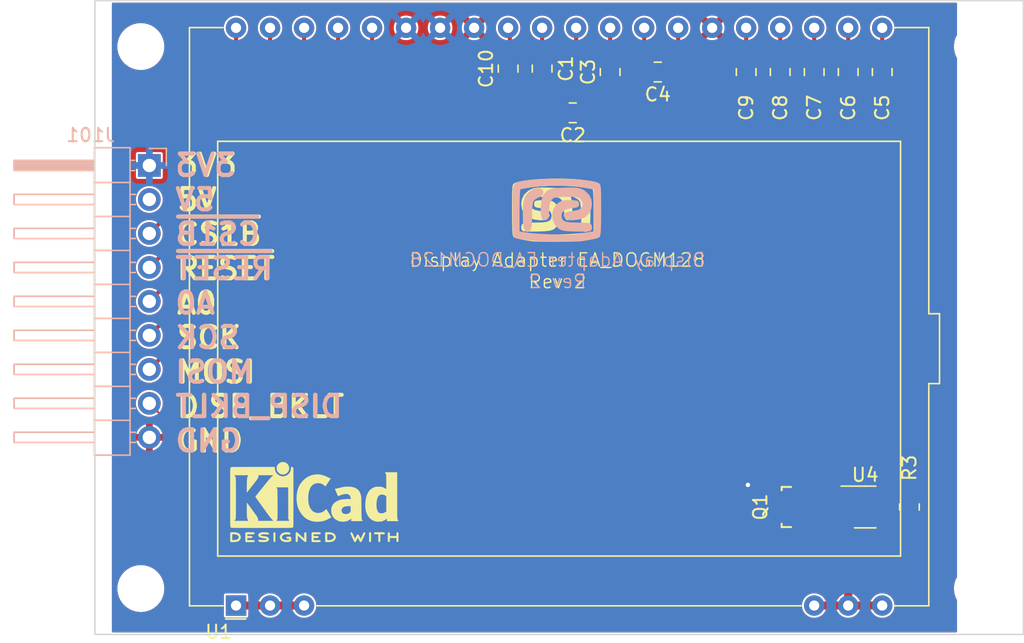
<source format=kicad_pcb>
(kicad_pcb (version 20211014) (generator pcbnew)
  (layers (0 "F.Cu" signal) (31 "B.Cu" signal) (34 "B.Paste" user) (35 "F.Paste" user) (36 "B.SilkS" user "B.Silkscreen") (37 "F.SilkS" user "F.Silkscreen") (38 "B.Mask" user) (39 "F.Mask" user) (44 "Edge.Cuts" user))
  (net 0 "")
  (net 1 "Net-(C1-Pad1)")
  (net 2 "Net-(C1-Pad2)")
  (net 3 "Net-(C2-Pad1)")
  (net 4 "Net-(C3-Pad1)")
  (net 5 "Net-(C4-Pad1)")
  (net 6 "Net-(C4-Pad2)")
  (net 7 "Net-(C5-Pad1)")
  (net 8 "GND")
  (net 9 "Net-(C6-Pad1)")
  (net 10 "Net-(C7-Pad1)")
  (net 11 "Net-(C8-Pad1)")
  (net 12 "Net-(C9-Pad1)")
  (net 13 "Net-(C10-Pad1)")
  (net 14 "/3V3")
  (net 15 "/~{DISP_REST}")
  (net 16 "/~{DISP_CS}")
  (net 17 "/A0")
  (net 18 "/MOSI")
  (net 19 "/SCK")
  (net 20 "/DISP_BKLT")
  (net 21 "Net-(Q1-Pad2)")
  (net 22 "/5V")
  (net 23 "Net-(U1-Pad1)")
  (net 24 "Net-(R3-Pad1)")
  (net 25 "Net-(U1-Pad18)")
  (footprint "MountingHole:MountingHole_3.2mm_M3" (layer "F.Cu") (at 95.25 79.502)
    (property "Reference" "H?")
    (property "Value" "MountingHole")
    (fp_text reference "H1" hide)
    (fp_text value "MountingHole" hide)
    (pad "" np_thru_hole circle (at 0 0) (size 3.2 3.2) (drill 3.2) (layers *.Cu *.Mask))
  )
  (footprint "MountingHole:MountingHole_3.2mm_M3" (layer "F.Cu") (at 157.734 79.502)
    (property "Reference" "H?")
    (property "Value" "MountingHole")
    (fp_text reference "H2" hide)
    (fp_text value "MountingHole" hide)
    (pad "" np_thru_hole circle (at 0 0) (size 3.2 3.2) (drill 3.2) (layers *.Cu *.Mask))
  )
  (footprint "Capacitor_SMD:C_0805_2012Metric" (layer "F.Cu") (at 125.222 40.64 90)
    (fp_text reference "C1" (at 0 1.778 90) (layer "F.SilkS"))
    (fp_text value "1μF")
    (pad "1" smd roundrect (at -0.95 0 90) (size 1 1.45) (layers "F.Cu" "F.Paste" "F.Mask") (net 1 "Net-(C1-Pad1)"))
    (pad "2" smd roundrect (at 0.95 0 90) (size 1 1.45) (layers "F.Cu" "F.Paste" "F.Mask") (net 2 "Net-(C1-Pad2)"))
  )
  (footprint "Capacitor_SMD:C_0805_2012Metric" (layer "F.Cu") (at 130.302 40.894 -90)
    (fp_text reference "C3" (at 0 1.651 90) (layer "F.SilkS"))
    (fp_text value "1μF")
    (pad "1" smd roundrect (at -0.95 0 270) (size 1 1.45) (layers "F.Cu" "F.Paste" "F.Mask") (net 4 "Net-(C3-Pad1)"))
    (pad "2" smd roundrect (at 0.95 0 270) (size 1 1.45) (layers "F.Cu" "F.Paste" "F.Mask") (net 3 "Net-(C2-Pad1)"))
  )
  (footprint "Capacitor_SMD:C_0805_2012Metric" (layer "F.Cu") (at 140.462 40.894 -90)
    (fp_text reference "C9" (at 2.667 0 90) (layer "F.SilkS"))
    (fp_text value "1μF")
    (pad "1" smd roundrect (at -0.95 0 270) (size 1 1.45) (layers "F.Cu" "F.Paste" "F.Mask") (net 12 "Net-(C9-Pad1)"))
    (pad "2" smd roundrect (at 0.95 0 270) (size 1 1.45) (layers "F.Cu" "F.Paste" "F.Mask") (net 8 "GND"))
  )
  (footprint "Capacitor_SMD:C_0805_2012Metric" (layer "F.Cu") (at 143.002 40.894 -90)
    (fp_text reference "C8" (at 2.667 0 90) (layer "F.SilkS"))
    (fp_text value "1μF")
    (pad "1" smd roundrect (at -0.95 0 270) (size 1 1.45) (layers "F.Cu" "F.Paste" "F.Mask") (net 11 "Net-(C8-Pad1)"))
    (pad "2" smd roundrect (at 0.95 0 270) (size 1 1.45) (layers "F.Cu" "F.Paste" "F.Mask") (net 8 "GND"))
  )
  (footprint "Resistor_SMD:R_0805_2012Metric_Pad1.20x1.40mm_HandSolder" (layer "F.Cu") (at 152.654 73.406 -90)
    (fp_text reference "R3" (at -2.921 0 90) (layer "F.SilkS"))
    (fp_text value "80Ω")
    (pad "1" smd roundrect (at -1 0 270) (size 1.2 1.4) (layers "F.Cu" "F.Paste" "F.Mask") (roundrect_rratio 0.2083333333) (net 24 "Net-(R3-Pad1)"))
    (pad "2" smd roundrect (at 1 0 270) (size 1.2 1.4) (layers "F.Cu" "F.Paste" "F.Mask") (roundrect_rratio 0.2083333333) (net 8 "GND"))
  )
  (footprint "Capacitor_SMD:C_0805_2012Metric" (layer "F.Cu") (at 127.508 43.942 180)
    (fp_text reference "C2" (at 0 -1.68) (layer "F.SilkS"))
    (fp_text value "1μF")
    (pad "1" smd roundrect (at -0.95 0 180) (size 1 1.45) (layers "F.Cu" "F.Paste" "F.Mask") (net 3 "Net-(C2-Pad1)"))
    (pad "2" smd roundrect (at 0.95 0 180) (size 1 1.45) (layers "F.Cu" "F.Paste" "F.Mask") (net 1 "Net-(C1-Pad1)"))
  )
  (footprint "Capacitor_SMD:C_0805_2012Metric" (layer "F.Cu") (at 145.542 40.894 -90)
    (fp_text reference "C7" (at 2.667 0 90) (layer "F.SilkS"))
    (fp_text value "1μF")
    (pad "1" smd roundrect (at -0.95 0 270) (size 1 1.45) (layers "F.Cu" "F.Paste" "F.Mask") (net 10 "Net-(C7-Pad1)"))
    (pad "2" smd roundrect (at 0.95 0 270) (size 1 1.45) (layers "F.Cu" "F.Paste" "F.Mask") (net 8 "GND"))
  )
  (footprint "Package_TO_SOT_SMD:SOT-23-6" (layer "F.Cu") (at 149.352 73.406)
    (fp_text reference "U4" (at 0 -2.4) (layer "F.SilkS"))
    (fp_text value "BCR42XUW6")
    (pad "1" smd roundrect (at -1.1375 -0.95) (size 1.325 0.6) (layers "F.Cu" "F.Paste" "F.Mask") (net 21 "Net-(Q1-Pad2)"))
    (pad "2" smd roundrect (at -1.1375 0) (size 1.325 0.6) (layers "F.Cu" "F.Paste" "F.Mask") (net 25 "Net-(U1-Pad18)"))
    (pad "3" smd roundrect (at -1.1375 0.95) (size 1.325 0.6) (layers "F.Cu" "F.Paste" "F.Mask") (net 25 "Net-(U1-Pad18)"))
    (pad "4" smd roundrect (at 1.1375 0.95) (size 1.325 0.6) (layers "F.Cu" "F.Paste" "F.Mask") (net 8 "GND"))
    (pad "5" smd roundrect (at 1.1375 0) (size 1.325 0.6) (layers "F.Cu" "F.Paste" "F.Mask") (net 25 "Net-(U1-Pad18)"))
    (pad "6" smd roundrect (at 1.1375 -0.95) (size 1.325 0.6) (layers "F.Cu" "F.Paste" "F.Mask") (net 24 "Net-(R3-Pad1)"))
  )
  (footprint "mech:MyBasic_rounded_50_1" (layer "F.Cu") (at 126.238 51.181)
    (property "Reference" "Lg?")
    (property "Value" "logo")
    (fp_text reference "Lg1" hide)
    (fp_text value "logo" hide)
  )
  (footprint "Capacitor_SMD:C_0805_2012Metric" (layer "F.Cu") (at 148.082 40.894 -90)
    (fp_text reference "C6" (at 2.667 0 90) (layer "F.SilkS"))
    (fp_text value "1μF")
    (pad "1" smd roundrect (at -0.95 0 270) (size 1 1.45) (layers "F.Cu" "F.Paste" "F.Mask") (net 9 "Net-(C6-Pad1)"))
    (pad "2" smd roundrect (at 0.95 0 270) (size 1 1.45) (layers "F.Cu" "F.Paste" "F.Mask") (net 8 "GND"))
  )
  (footprint "Capacitor_SMD:C_0805_2012Metric" (layer "F.Cu") (at 133.858 40.894 180)
    (fp_text reference "C4" (at 0 -1.68) (layer "F.SilkS"))
    (fp_text value "1μF")
    (pad "1" smd roundrect (at -0.95 0 180) (size 1 1.45) (layers "F.Cu" "F.Paste" "F.Mask") (net 5 "Net-(C4-Pad1)"))
    (pad "2" smd roundrect (at 0.95 0 180) (size 1 1.45) (layers "F.Cu" "F.Paste" "F.Mask") (net 6 "Net-(C4-Pad2)"))
  )
  (footprint "DisplayAdapter_DOGM128:Micro3" (layer "F.Cu") (at 143.764 73.406 90)
    (property "Reference" "Q1")
    (property "Value" "IRLML2502")
    (fp_text reference "Q1" (at 0 -2.25 90) (layer "F.SilkS"))
    (fp_text value "IRLML2502")
    (pad "1" smd rect locked (at -0.95 1.00076 90) (size 0.8 0.9) (layers "F.Cu" "F.Paste" "F.Mask") (net 20 "/DISP_BKLT"))
    (pad "2" smd rect locked (at 0.95 1.00076 90) (size 0.8 0.9) (layers "F.Cu" "F.Paste" "F.Mask") (net 21 "Net-(Q1-Pad2)"))
    (pad "3" smd rect locked (at 0 -0.99822 90) (size 0.8 0.9) (layers "F.Cu" "F.Paste" "F.Mask") (net 14 "/3V3"))
  )
  (footprint "Capacitor_SMD:C_0805_2012Metric" (layer "F.Cu") (at 122.682 40.64 -90)
    (fp_text reference "C10" (at 0 1.651 90) (layer "F.SilkS"))
    (fp_text value "1μF")
    (pad "1" smd roundrect (at -0.95 0 270) (size 1 1.45) (layers "F.Cu" "F.Paste" "F.Mask") (net 13 "Net-(C10-Pad1)"))
    (pad "2" smd roundrect (at 0.95 0 270) (size 1 1.45) (layers "F.Cu" "F.Paste" "F.Mask") (net 8 "GND"))
  )
  (footprint "Capacitor_SMD:C_0805_2012Metric" (layer "F.Cu") (at 150.622 40.894 -90)
    (fp_text reference "C5" (at 2.667 0 90) (layer "F.SilkS"))
    (fp_text value "1μF")
    (pad "1" smd roundrect (at -0.95 0 270) (size 1 1.45) (layers "F.Cu" "F.Paste" "F.Mask") (net 7 "Net-(C5-Pad1)"))
    (pad "2" smd roundrect (at 0.95 0 270) (size 1 1.45) (layers "F.Cu" "F.Paste" "F.Mask") (net 8 "GND"))
  )
  (footprint "MountingHole:MountingHole_3.2mm_M3" (layer "F.Cu") (at 157.734 38.989)
    (property "Reference" "H?")
    (property "Value" "MountingHole")
    (fp_text reference "H3" hide)
    (fp_text value "MountingHole" hide)
    (pad "" np_thru_hole circle (at 0 0) (size 3.2 3.2) (drill 3.2) (layers *.Cu *.Mask))
  )
  (footprint "Symbol:KiCad-Logo2_5mm_SilkScreen" (layer "F.Cu") (at 108.204 73.025)
    (property "Reference" "Lg?")
    (property "Value" "logo")
    (fp_text reference "Lg2" hide)
    (fp_text value "logo" hide)
  )
  (footprint "MountingHole:MountingHole_3.2mm_M3" (layer "F.Cu") (at 95.25 38.989)
    (property "Reference" "H?")
    (property "Value" "MountingHole")
    (fp_text reference "H4" hide)
    (fp_text value "MountingHole" hide)
    (pad "" np_thru_hole circle (at 0 0) (size 3.2 3.2) (drill 3.2) (layers *.Cu *.Mask))
  )
  (footprint "DisplayAdapter_DOGM128:EA_DOGM128-6" (layer "F.Cu") (at 102.362 80.772 90)
    (property "Reference" "U?")
    (property "Value" "EA_DOGM128X-6")
    (fp_text reference "U1" (at -1.97 -1.3) (layer "F.SilkS"))
    (fp_text value "EA_DOGM128X-6")
    (pad "1" thru_hole rect (at 0 0) (size 1.524 1.524) (drill 0.762) (layers *.Cu *.Mask) (net 23 "Net-(U1-Pad1)"))
    (pad "2" thru_hole circle (at 0 2.54) (size 1.524 1.524) (drill 0.762) (layers *.Cu *.Mask) (net 23 "Net-(U1-Pad1)"))
    (pad "3" thru_hole circle (at 0 5.08) (size 1.524 1.524) (drill 0.762) (layers *.Cu *.Mask) (net 23 "Net-(U1-Pad1)"))
    (pad "18" thru_hole circle (at 0 43.18) (size 1.524 1.524) (drill 0.762) (layers *.Cu *.Mask) (net 25 "Net-(U1-Pad18)"))
    (pad "19" thru_hole circle (at 0 45.72) (size 1.524 1.524) (drill 0.762) (layers *.Cu *.Mask) (net 25 "Net-(U1-Pad18)"))
    (pad "20" thru_hole circle (at 0 48.26) (size 1.524 1.524) (drill 0.762) (layers *.Cu *.Mask) (net 25 "Net-(U1-Pad18)"))
    (pad "21" thru_hole circle (at 43.18 48.26) (size 1.524 1.524) (drill 0.762) (layers *.Cu *.Mask) (net 7 "Net-(C5-Pad1)"))
    (pad "22" thru_hole circle (at 43.18 45.72) (size 1.524 1.524) (drill 0.762) (layers *.Cu *.Mask) (net 9 "Net-(C6-Pad1)"))
    (pad "23" thru_hole circle (at 43.18 43.18) (size 1.524 1.524) (drill 0.762) (layers *.Cu *.Mask) (net 10 "Net-(C7-Pad1)"))
    (pad "24" thru_hole circle (at 43.18 40.64) (size 1.524 1.524) (drill 0.762) (layers *.Cu *.Mask) (net 11 "Net-(C8-Pad1)"))
    (pad "25" thru_hole circle (at 43.18 38.1) (size 1.524 1.524) (drill 0.762) (layers *.Cu *.Mask) (net 12 "Net-(C9-Pad1)"))
    (pad "26" thru_hole circle (at 43.18 35.56) (size 1.524 1.524) (drill 0.762) (layers *.Cu *.Mask) (net 8 "GND"))
    (pad "27" thru_hole circle (at 43.18 33.02) (size 1.524 1.524) (drill 0.762) (layers *.Cu *.Mask) (net 5 "Net-(C4-Pad1)"))
    (pad "28" thru_hole circle (at 43.18 30.48) (size 1.524 1.524) (drill 0.762) (layers *.Cu *.Mask) (net 6 "Net-(C4-Pad2)"))
    (pad "29" thru_hole circle (at 43.18 27.94) (size 1.524 1.524) (drill 0.762) (layers *.Cu *.Mask) (net 4 "Net-(C3-Pad1)"))
    (pad "30" thru_hole circle (at 43.18 25.4) (size 1.524 1.524) (drill 0.762) (layers *.Cu *.Mask) (net 3 "Net-(C2-Pad1)"))
    (pad "31" thru_hole circle (at 43.18 22.86) (size 1.524 1.524) (drill 0.762) (layers *.Cu *.Mask) (net 2 "Net-(C1-Pad2)"))
    (pad "32" thru_hole circle (at 43.18 20.32) (size 1.524 1.524) (drill 0.762) (layers *.Cu *.Mask) (net 13 "Net-(C10-Pad1)"))
    (pad "33" thru_hole circle (at 43.18 17.78) (size 1.524 1.524) (drill 0.762) (layers *.Cu *.Mask) (net 8 "GND"))
    (pad "34" thru_hole circle (at 43.18 15.24) (size 1.524 1.524) (drill 0.762) (layers *.Cu *.Mask) (net 14 "/3V3"))
    (pad "35" thru_hole circle (at 43.18 12.7) (size 1.524 1.524) (drill 0.762) (layers *.Cu *.Mask) (net 14 "/3V3"))
    (pad "36" thru_hole circle (at 43.18 10.16) (size 1.524 1.524) (drill 0.762) (layers *.Cu *.Mask) (net 18 "/MOSI"))
    (pad "37" thru_hole circle (at 43.18 7.62) (size 1.524 1.524) (drill 0.762) (layers *.Cu *.Mask) (net 19 "/SCK"))
    (pad "38" thru_hole circle (at 43.18 5.08) (size 1.524 1.524) (drill 0.762) (layers *.Cu *.Mask) (net 17 "/A0"))
    (pad "39" thru_hole circle (at 43.18 2.54) (size 1.524 1.524) (drill 0.762) (layers *.Cu *.Mask) (net 15 "/~{DISP_REST}"))
    (pad "40" thru_hole circle (at 43.18 0) (size 1.524 1.524) (drill 0.762) (layers *.Cu *.Mask) (net 16 "/~{DISP_CS}"))
  )
  (footprint "Connector_PinHeader_2.54mm:PinHeader_1x09_P2.54mm_Horizontal" (layer "B.Cu") (at 95.885 47.879 180)
    (fp_text reference "J101" (at 4.385 2.27) (layer "B.SilkS") (effects (justify mirror)))
    (fp_text value "Conn_01x09_Male")
    (pad "1" thru_hole rect (at 0 0 180) (size 1.7 1.7) (drill 1) (layers *.Cu *.Mask) (net 14 "/3V3"))
    (pad "2" thru_hole oval (at 0 -2.54 180) (size 1.7 1.7) (drill 1) (layers *.Cu *.Mask) (net 22 "/5V"))
    (pad "3" thru_hole oval (at 0 -5.08 180) (size 1.7 1.7) (drill 1) (layers *.Cu *.Mask) (net 16 "/~{DISP_CS}"))
    (pad "4" thru_hole oval (at 0 -7.62 180) (size 1.7 1.7) (drill 1) (layers *.Cu *.Mask) (net 15 "/~{DISP_REST}"))
    (pad "5" thru_hole oval (at 0 -10.16 180) (size 1.7 1.7) (drill 1) (layers *.Cu *.Mask) (net 17 "/A0"))
    (pad "6" thru_hole oval (at 0 -12.7 180) (size 1.7 1.7) (drill 1) (layers *.Cu *.Mask) (net 19 "/SCK"))
    (pad "7" thru_hole oval (at 0 -15.24 180) (size 1.7 1.7) (drill 1) (layers *.Cu *.Mask) (net 18 "/MOSI"))
    (pad "8" thru_hole oval (at 0 -17.78 180) (size 1.7 1.7) (drill 1) (layers *.Cu *.Mask) (net 20 "/DISP_BKLT"))
    (pad "9" thru_hole oval (at 0 -20.32 180) (size 1.7 1.7) (drill 1) (layers *.Cu *.Mask) (net 8 "GND"))
  )
  (footprint "mech:MyBasic_rounded_50_1" (layer "B.Cu") (at 126.365 51.181 180)
    (property "Reference" "Lg?")
    (property "Value" "logo")
    (fp_text reference "Lg3" hide)
    (fp_text value "logo" hide)
  )
  (gr_rect (start 91.821 35.56) (end 161.163 82.931) (layer "Edge.Cuts") (width 0.1) (fill none))
  (gr_text "Display Adapter EA_DOGM128\nRev 2" (at 126.361548 55.737028) (layer "B.SilkS") (effects (font (size 1 1) (thickness 0.1)) (justify mirror)))
  (gr_text "3V3\n5V\n~{CS1B}\n~{RESET}\nA0\nSCK\nMOSI\nDISP_BKLT\nGND" (at 97.663 58.166) (layer "B.SilkS") (effects (font (size 1.6 1.6) (thickness 0.3)) (justify right mirror)))
  (gr_text "3V3\n5V\n~{CS1B}\n~{RESET}\nA0\nSCK\nMOSI\nDISP_BKLT\nGND" (at 97.79 58.166) (layer "F.SilkS") (effects (font (size 1.6 1.6) (thickness 0.3)) (justify left)))
  (gr_text "Display Adapter EA_DOGM128\nRev 2" (at 126.365 55.753) (layer "F.SilkS") (effects (font (size 1 1) (thickness 0.1))))
  (segment (start 125.222 42.606) (end 126.558 43.942) (width 0.3048) (layer "F.Cu") (net 1))
  (segment (start 125.222 41.59) (end 125.222 42.606) (width 0.3048) (layer "F.Cu") (net 1))
  (segment (start 125.222 37.592) (end 125.222 39.69) (width 0.3048) (layer "F.Cu") (net 2))
  (segment (start 128.458 43.942) (end 128.458 43.688) (width 0.3048) (layer "F.Cu") (net 3))
  (segment (start 130.302 41.844) (end 127.762 39.304) (width 0.3048) (layer "F.Cu") (net 3))
  (segment (start 127.762 39.304) (end 127.762 37.592) (width 0.3048) (layer "F.Cu") (net 3))
  (segment (start 128.458 43.688) (end 130.302 41.844) (width 0.3048) (layer "F.Cu") (net 3))
  (segment (start 130.302 37.592) (end 130.302 39.944) (width 0.3048) (layer "F.Cu") (net 4))
  (segment (start 135.382 40.32) (end 134.808 40.894) (width 0.3048) (layer "F.Cu") (net 5))
  (segment (start 135.382 37.592) (end 135.382 40.32) (width 0.3048) (layer "F.Cu") (net 5))
  (segment (start 132.842 37.592) (end 132.842 40.828) (width 0.3048) (layer "F.Cu") (net 6))
  (segment (start 132.842 40.828) (end 132.908 40.894) (width 0.3048) (layer "F.Cu") (net 6))
  (segment (start 150.622 37.592) (end 150.622 39.944) (width 0.3048) (layer "F.Cu") (net 7))
  (segment (start 148.082 39.944) (end 148.082 37.592) (width 0.3048) (layer "F.Cu") (net 9))
  (segment (start 145.542 37.592) (end 145.542 39.944) (width 0.3048) (layer "F.Cu") (net 10))
  (segment (start 143.002 37.592) (end 143.002 39.944) (width 0.3048) (layer "F.Cu") (net 11))
  (segment (start 140.462 39.944) (end 140.462 37.592) (width 0.3048) (layer "F.Cu") (net 12))
  (segment (start 122.809 39.563) (end 122.682 39.69) (width 0.3048) (layer "F.Cu") (net 13))
  (segment (start 122.682 37.592) (end 122.809 37.719) (width 0.3048) (layer "F.Cu") (net 13))
  (segment (start 122.809 37.719) (end 122.809 39.563) (width 0.3048) (layer "F.Cu") (net 13))
  (segment (start 142.24 73.406) (end 140.589 71.755) (width 0.3048) (layer "F.Cu") (net 14))
  (segment (start 142.76578 73.406) (end 142.24 73.406) (width 0.3048) (layer "F.Cu") (net 14))
  (via (at 140.589 71.755) (size 0.6858) (drill 0.3302) (layers "F.Cu" "B.Cu") (net 14))
  (segment (start 104.902 46.482) (end 95.885 55.499) (width 0.3048) (layer "F.Cu") (net 15))
  (segment (start 104.902 37.592) (end 104.902 46.482) (width 0.3048) (layer "F.Cu") (net 15))
  (segment (start 102.362 37.592) (end 102.362 46.482) (width 0.3048) (layer "F.Cu") (net 16))
  (segment (start 102.362 46.482) (end 95.885 52.959) (width 0.3048) (layer "F.Cu") (net 16))
  (segment (start 107.442 46.482) (end 95.885 58.039) (width 0.3048) (layer "F.Cu") (net 17))
  (segment (start 107.442 37.592) (end 107.442 46.482) (width 0.3048) (layer "F.Cu") (net 17))
  (segment (start 112.522 37.592) (end 112.522 46.482) (width 0.3048) (layer "F.Cu") (net 18))
  (segment (start 112.522 46.482) (end 95.885 63.119) (width 0.3048) (layer "F.Cu") (net 18))
  (segment (start 109.982 46.482) (end 95.885 60.579) (width 0.3048) (layer "F.Cu") (net 19))
  (segment (start 109.982 37.592) (end 109.982 46.482) (width 0.3048) (layer "F.Cu") (net 19))
  (segment (start 144.76476 74.356) (end 104.582 74.356) (width 0.1524) (layer "F.Cu") (net 20))
  (segment (start 104.582 74.356) (end 95.885 65.659) (width 0.1524) (layer "F.Cu") (net 20))
  (segment (start 144.76476 72.456) (end 148.2145 72.456) (width 0.1524) (layer "F.Cu") (net 21))
  (segment (start 102.362 80.772) (end 107.442 80.772) (width 0.6096) (layer "F.Cu") (net 23))
  (segment (start 152.604 72.456) (end 152.654 72.406) (width 0.1524) (layer "F.Cu") (net 24))
  (segment (start 150.4895 72.456) (end 152.604 72.456) (width 0.1524) (layer "F.Cu") (net 24))
  (segment (start 150.4895 73.406) (end 148.2145 73.406) (width 0.6096) (layer "F.Cu") (net 25))
  (segment (start 148.2145 73.406) (end 148.2145 74.356) (width 0.6096) (layer "F.Cu") (net 25))
  (segment (start 148.2145 74.356) (end 148.082 74.4885) (width 0.6096) (layer "F.Cu") (net 25))
  (segment (start 148.082 74.4885) (end 148.082 80.772) (width 0.6096) (layer "F.Cu") (net 25))
  (segment (start 145.542 80.772) (end 150.622 80.772) (width 0.6096) (layer "F.Cu") (net 25))
  (zone (net 8) (net_name "GND") (layer "F.Cu") (connect_pads (clearance 0.1524)) (min_thickness 0.1524) (fill yes (thermal_gap 0.508) (thermal_bridge_width 0.508))
    (polygon (pts (xy 156.21 82.931) (xy 93.091 82.931) (xy 93.091 35.56) (xy 156.21 35.56)))
  )
  (zone (net 14) (net_name "/3V3") (layer "B.Cu") (connect_pads (clearance 0.1524)) (min_thickness 0.1524) (fill yes (thermal_gap 0.508) (thermal_bridge_width 0.508))
    (polygon (pts (xy 156.21 82.931) (xy 93.091 82.931) (xy 93.091 35.56) (xy 156.21 35.56)))
  )
)
</source>
